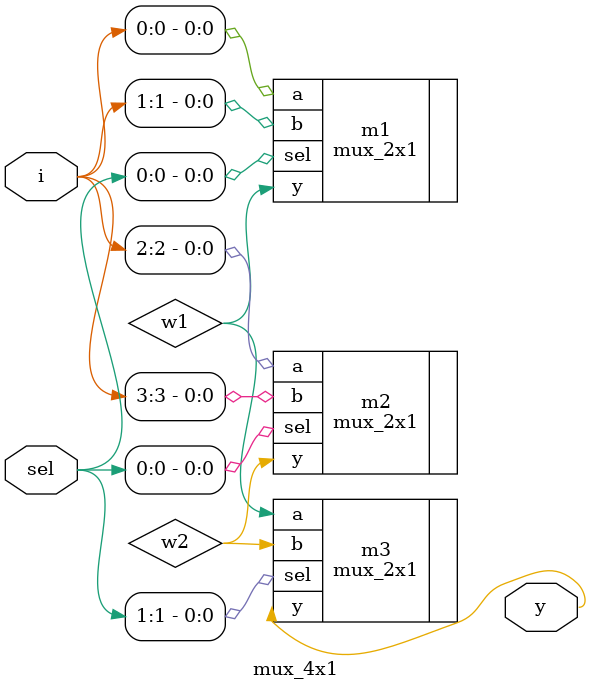
<source format=v>
`timescale 1ns / 1ps
`include "mux_2x1.v"
module mux_4x1(
    input [1:0] sel,
    input [3:0] i,
    output y
    );
    wire w1,w2;
    mux_2x1 m1(.a(i[0]),.b(i[1]),.sel(sel[0]),.y(w1));
    mux_2x1 m2(.a(i[2]),.b(i[3]),.sel(sel[0]),.y(w2));
    mux_2x1 m3(.a(w1),.b(w2),.sel(sel[1]),.y(y));
endmodule
</source>
